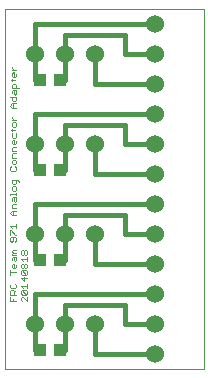
<source format=gtl>
G75*
%MOIN*%
%OFA0B0*%
%FSLAX24Y24*%
%IPPOS*%
%LPD*%
%AMOC8*
5,1,8,0,0,1.08239X$1,22.5*
%
%ADD10C,0.0000*%
%ADD11C,0.0020*%
%ADD12C,0.0600*%
%ADD13R,0.0433X0.0394*%
%ADD14C,0.0160*%
D10*
X000100Y000125D02*
X000100Y012121D01*
X006720Y012121D01*
X006720Y000125D01*
X000100Y000125D01*
D11*
X000260Y002385D02*
X000260Y002532D01*
X000260Y002606D02*
X000260Y002716D01*
X000297Y002753D01*
X000370Y002753D01*
X000407Y002716D01*
X000407Y002606D01*
X000480Y002606D02*
X000260Y002606D01*
X000407Y002679D02*
X000480Y002753D01*
X000443Y002827D02*
X000480Y002864D01*
X000480Y002937D01*
X000443Y002974D01*
X000443Y002827D02*
X000297Y002827D01*
X000260Y002864D01*
X000260Y002937D01*
X000297Y002974D01*
X000260Y003269D02*
X000260Y003416D01*
X000260Y003342D02*
X000480Y003342D01*
X000443Y003490D02*
X000370Y003490D01*
X000333Y003527D01*
X000333Y003600D01*
X000370Y003637D01*
X000407Y003637D01*
X000407Y003490D01*
X000443Y003490D02*
X000480Y003527D01*
X000480Y003600D01*
X000443Y003711D02*
X000407Y003748D01*
X000407Y003858D01*
X000370Y003858D02*
X000480Y003858D01*
X000480Y003748D01*
X000443Y003711D01*
X000333Y003821D02*
X000370Y003858D01*
X000333Y003821D02*
X000333Y003748D01*
X000333Y003932D02*
X000333Y003969D01*
X000370Y004005D01*
X000333Y004042D01*
X000370Y004079D01*
X000480Y004079D01*
X000480Y004005D02*
X000370Y004005D01*
X000333Y003932D02*
X000480Y003932D01*
X000620Y003969D02*
X000620Y004042D01*
X000657Y004079D01*
X000693Y004079D01*
X000730Y004042D01*
X000730Y003969D01*
X000693Y003932D01*
X000657Y003932D01*
X000620Y003969D01*
X000730Y003969D02*
X000767Y003932D01*
X000803Y003932D01*
X000840Y003969D01*
X000840Y004042D01*
X000803Y004079D01*
X000767Y004079D01*
X000730Y004042D01*
X000840Y003858D02*
X000840Y003711D01*
X000840Y003784D02*
X000620Y003784D01*
X000693Y003711D01*
X000693Y003637D02*
X000657Y003637D01*
X000620Y003600D01*
X000620Y003527D01*
X000657Y003490D01*
X000693Y003490D01*
X000730Y003527D01*
X000730Y003600D01*
X000767Y003637D01*
X000803Y003637D01*
X000840Y003600D01*
X000840Y003527D01*
X000803Y003490D01*
X000767Y003490D01*
X000730Y003527D01*
X000730Y003600D02*
X000693Y003637D01*
X000657Y003416D02*
X000620Y003379D01*
X000620Y003306D01*
X000657Y003269D01*
X000803Y003269D01*
X000657Y003416D01*
X000803Y003416D01*
X000840Y003379D01*
X000840Y003306D01*
X000803Y003269D01*
X000730Y003195D02*
X000730Y003048D01*
X000620Y003158D01*
X000840Y003158D01*
X000840Y002974D02*
X000840Y002827D01*
X000840Y002900D02*
X000620Y002900D01*
X000693Y002827D01*
X000657Y002753D02*
X000803Y002606D01*
X000840Y002643D01*
X000840Y002716D01*
X000803Y002753D01*
X000657Y002753D01*
X000620Y002716D01*
X000620Y002643D01*
X000657Y002606D01*
X000803Y002606D01*
X000840Y002532D02*
X000840Y002385D01*
X000693Y002532D01*
X000657Y002532D01*
X000620Y002495D01*
X000620Y002422D01*
X000657Y002385D01*
X000480Y002385D02*
X000260Y002385D01*
X000370Y002385D02*
X000370Y002458D01*
X000333Y004374D02*
X000370Y004411D01*
X000370Y004521D01*
X000443Y004521D02*
X000297Y004521D01*
X000260Y004484D01*
X000260Y004411D01*
X000297Y004374D01*
X000333Y004374D01*
X000443Y004374D02*
X000480Y004411D01*
X000480Y004484D01*
X000443Y004521D01*
X000443Y004595D02*
X000480Y004595D01*
X000443Y004595D02*
X000297Y004742D01*
X000260Y004742D01*
X000260Y004595D01*
X000333Y004816D02*
X000260Y004889D01*
X000480Y004889D01*
X000480Y004816D02*
X000480Y004963D01*
X000480Y005258D02*
X000333Y005258D01*
X000260Y005331D01*
X000333Y005405D01*
X000480Y005405D01*
X000480Y005479D02*
X000333Y005479D01*
X000333Y005589D01*
X000370Y005626D01*
X000480Y005626D01*
X000443Y005700D02*
X000407Y005737D01*
X000407Y005847D01*
X000370Y005847D02*
X000480Y005847D01*
X000480Y005737D01*
X000443Y005700D01*
X000333Y005810D02*
X000370Y005847D01*
X000333Y005810D02*
X000333Y005737D01*
X000260Y005921D02*
X000260Y005958D01*
X000480Y005958D01*
X000480Y005994D02*
X000480Y005921D01*
X000443Y006068D02*
X000370Y006068D01*
X000333Y006105D01*
X000333Y006178D01*
X000370Y006215D01*
X000443Y006215D01*
X000480Y006178D01*
X000480Y006105D01*
X000443Y006068D01*
X000443Y006289D02*
X000370Y006289D01*
X000333Y006326D01*
X000333Y006436D01*
X000517Y006436D01*
X000553Y006399D01*
X000553Y006363D01*
X000480Y006326D02*
X000480Y006436D01*
X000480Y006326D02*
X000443Y006289D01*
X000443Y006731D02*
X000297Y006731D01*
X000260Y006768D01*
X000260Y006841D01*
X000297Y006878D01*
X000370Y006952D02*
X000333Y006989D01*
X000333Y007062D01*
X000370Y007099D01*
X000443Y007099D01*
X000480Y007062D01*
X000480Y006989D01*
X000443Y006952D01*
X000370Y006952D01*
X000443Y006878D02*
X000480Y006841D01*
X000480Y006768D01*
X000443Y006731D01*
X000480Y007173D02*
X000333Y007173D01*
X000333Y007283D01*
X000370Y007320D01*
X000480Y007320D01*
X000480Y007394D02*
X000333Y007394D01*
X000333Y007504D01*
X000370Y007541D01*
X000480Y007541D01*
X000443Y007615D02*
X000370Y007615D01*
X000333Y007652D01*
X000333Y007725D01*
X000370Y007762D01*
X000407Y007762D01*
X000407Y007615D01*
X000443Y007615D02*
X000480Y007652D01*
X000480Y007725D01*
X000443Y007836D02*
X000370Y007836D01*
X000333Y007873D01*
X000333Y007983D01*
X000333Y008057D02*
X000333Y008130D01*
X000297Y008094D02*
X000443Y008094D01*
X000480Y008130D01*
X000443Y008204D02*
X000370Y008204D01*
X000333Y008241D01*
X000333Y008314D01*
X000370Y008351D01*
X000443Y008351D01*
X000480Y008314D01*
X000480Y008241D01*
X000443Y008204D01*
X000407Y008425D02*
X000333Y008499D01*
X000333Y008535D01*
X000333Y008425D02*
X000480Y008425D01*
X000480Y007983D02*
X000480Y007873D01*
X000443Y007836D01*
X000480Y008830D02*
X000333Y008830D01*
X000260Y008904D01*
X000333Y008977D01*
X000480Y008977D01*
X000443Y009051D02*
X000370Y009051D01*
X000333Y009088D01*
X000333Y009198D01*
X000260Y009198D02*
X000480Y009198D01*
X000480Y009088D01*
X000443Y009051D01*
X000370Y008977D02*
X000370Y008830D01*
X000443Y009272D02*
X000407Y009309D01*
X000407Y009419D01*
X000370Y009419D02*
X000480Y009419D01*
X000480Y009309D01*
X000443Y009272D01*
X000333Y009309D02*
X000333Y009383D01*
X000370Y009419D01*
X000333Y009493D02*
X000333Y009604D01*
X000370Y009640D01*
X000443Y009640D01*
X000480Y009604D01*
X000480Y009493D01*
X000553Y009493D02*
X000333Y009493D01*
X000333Y009714D02*
X000333Y009788D01*
X000297Y009751D02*
X000443Y009751D01*
X000480Y009788D01*
X000443Y009862D02*
X000370Y009862D01*
X000333Y009898D01*
X000333Y009972D01*
X000370Y010009D01*
X000407Y010009D01*
X000407Y009862D01*
X000443Y009862D02*
X000480Y009898D01*
X000480Y009972D01*
X000480Y010083D02*
X000333Y010083D01*
X000333Y010156D02*
X000333Y010193D01*
X000333Y010156D02*
X000407Y010083D01*
X000370Y005405D02*
X000370Y005258D01*
D12*
X001100Y004625D03*
X002100Y004625D03*
X003100Y004625D03*
X003100Y001625D03*
X002100Y001625D03*
X001100Y001625D03*
X001100Y007625D03*
X002100Y007625D03*
X003100Y007625D03*
X003100Y010625D03*
X002100Y010625D03*
X001100Y010625D03*
X005100Y010625D03*
X005100Y009625D03*
X005100Y008625D03*
X005100Y007625D03*
X005100Y006625D03*
X005100Y005625D03*
X005100Y004625D03*
X005100Y003625D03*
X005100Y002625D03*
X005100Y001625D03*
X005100Y000625D03*
X005100Y011625D03*
D13*
X001935Y009750D03*
X001265Y009750D03*
X001265Y006750D03*
X001935Y006750D03*
X001935Y003750D03*
X001265Y003750D03*
X001265Y000750D03*
X001935Y000750D03*
D14*
X002100Y000750D01*
X002100Y001625D01*
X002100Y002250D01*
X004100Y002250D01*
X004100Y001625D01*
X005100Y001625D01*
X005100Y000625D02*
X003100Y000625D01*
X003100Y001625D01*
X003100Y003625D02*
X005100Y003625D01*
X005100Y002625D02*
X001100Y002625D01*
X001100Y001625D01*
X001100Y000750D01*
X001265Y000750D01*
X001265Y003750D02*
X001100Y003750D01*
X001100Y004625D01*
X001100Y005625D01*
X005100Y005625D01*
X005100Y006625D02*
X003100Y006625D01*
X003100Y007625D01*
X002100Y007625D02*
X002100Y006750D01*
X001935Y006750D01*
X002100Y007625D02*
X002100Y008250D01*
X004100Y008250D01*
X004100Y007625D01*
X005100Y007625D01*
X005100Y008625D02*
X001100Y008625D01*
X001100Y007625D01*
X001100Y006750D01*
X001265Y006750D01*
X002100Y005250D02*
X004100Y005250D01*
X004100Y004625D01*
X005100Y004625D01*
X003100Y004625D02*
X003100Y003625D01*
X002100Y003750D02*
X001935Y003750D01*
X002100Y003750D02*
X002100Y004625D01*
X002100Y005250D01*
X003100Y009625D02*
X005100Y009625D01*
X005100Y010625D02*
X004100Y010625D01*
X004100Y011250D01*
X002100Y011250D01*
X002100Y010625D01*
X002100Y009750D01*
X001935Y009750D01*
X001265Y009750D02*
X001100Y009750D01*
X001100Y010625D01*
X001100Y011625D01*
X005100Y011625D01*
X003100Y010625D02*
X003100Y009625D01*
M02*

</source>
